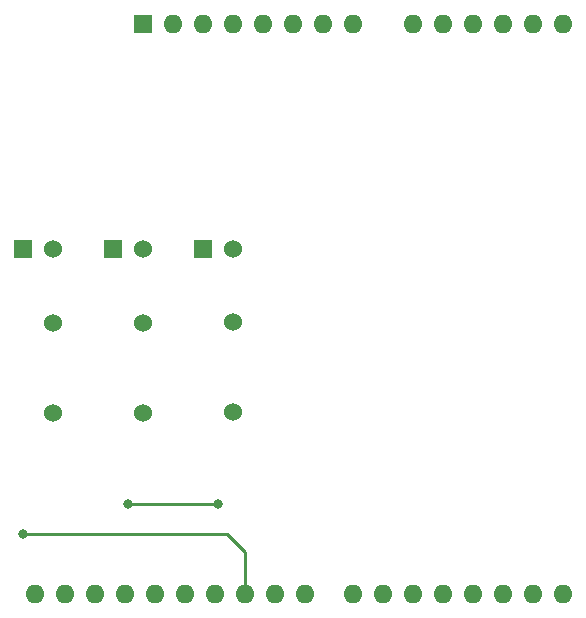
<source format=gbr>
%TF.GenerationSoftware,KiCad,Pcbnew,(6.0.7)*%
%TF.CreationDate,2022-08-16T17:28:00+09:00*%
%TF.ProjectId,uno_shield_1,756e6f5f-7368-4696-956c-645f312e6b69,rev?*%
%TF.SameCoordinates,Original*%
%TF.FileFunction,Copper,L2,Bot*%
%TF.FilePolarity,Positive*%
%FSLAX46Y46*%
G04 Gerber Fmt 4.6, Leading zero omitted, Abs format (unit mm)*
G04 Created by KiCad (PCBNEW (6.0.7)) date 2022-08-16 17:28:00*
%MOMM*%
%LPD*%
G01*
G04 APERTURE LIST*
%TA.AperFunction,ComponentPad*%
%ADD10R,1.524000X1.524000*%
%TD*%
%TA.AperFunction,ComponentPad*%
%ADD11C,1.524000*%
%TD*%
%TA.AperFunction,ComponentPad*%
%ADD12R,1.600000X1.600000*%
%TD*%
%TA.AperFunction,ComponentPad*%
%ADD13O,1.600000X1.600000*%
%TD*%
%TA.AperFunction,ViaPad*%
%ADD14C,0.800000*%
%TD*%
%TA.AperFunction,Conductor*%
%ADD15C,0.250000*%
%TD*%
G04 APERTURE END LIST*
D10*
%TO.P,D2,1*%
%TO.N,GND*%
X139700000Y-76200000D03*
D11*
%TO.P,D2,2*%
%TO.N,Net-(D2-Pad2)*%
X142240000Y-76200000D03*
%TD*%
%TO.P,R2,1*%
%TO.N,Net-(D2-Pad2)*%
X142240000Y-90110000D03*
%TO.P,R2,2*%
%TO.N,Net-(A1-Pad26)*%
X142240000Y-82490000D03*
%TD*%
%TO.P,R1,1*%
%TO.N,Net-(D1-Pad2)*%
X134620000Y-90110000D03*
%TO.P,R1,2*%
%TO.N,Net-(A1-Pad25)*%
X134620000Y-82490000D03*
%TD*%
D10*
%TO.P,D1,1*%
%TO.N,GND*%
X132080000Y-76200000D03*
D11*
%TO.P,D1,2*%
%TO.N,Net-(D1-Pad2)*%
X134620000Y-76200000D03*
%TD*%
D12*
%TO.P,A1,1,NC*%
%TO.N,unconnected-(A1-Pad1)*%
X142240000Y-57150000D03*
D13*
%TO.P,A1,2,IOREF*%
%TO.N,unconnected-(A1-Pad2)*%
X144780000Y-57150000D03*
%TO.P,A1,3,~{RESET}*%
%TO.N,unconnected-(A1-Pad3)*%
X147320000Y-57150000D03*
%TO.P,A1,4,3V3*%
%TO.N,unconnected-(A1-Pad4)*%
X149860000Y-57150000D03*
%TO.P,A1,5,+5V*%
%TO.N,unconnected-(A1-Pad5)*%
X152400000Y-57150000D03*
%TO.P,A1,6,GND*%
%TO.N,GND*%
X154940000Y-57150000D03*
%TO.P,A1,7,GND*%
X157480000Y-57150000D03*
%TO.P,A1,8,VIN*%
%TO.N,unconnected-(A1-Pad8)*%
X160020000Y-57150000D03*
%TO.P,A1,9,A0*%
%TO.N,unconnected-(A1-Pad9)*%
X165100000Y-57150000D03*
%TO.P,A1,10,A1*%
%TO.N,unconnected-(A1-Pad10)*%
X167640000Y-57150000D03*
%TO.P,A1,11,A2*%
%TO.N,unconnected-(A1-Pad11)*%
X170180000Y-57150000D03*
%TO.P,A1,12,A3*%
%TO.N,unconnected-(A1-Pad12)*%
X172720000Y-57150000D03*
%TO.P,A1,13,SDA/A4*%
%TO.N,unconnected-(A1-Pad13)*%
X175260000Y-57150000D03*
%TO.P,A1,14,SCL/A5*%
%TO.N,unconnected-(A1-Pad14)*%
X177800000Y-57150000D03*
%TO.P,A1,15,D0/RX*%
%TO.N,unconnected-(A1-Pad15)*%
X177800000Y-105410000D03*
%TO.P,A1,16,D1/TX*%
%TO.N,unconnected-(A1-Pad16)*%
X175260000Y-105410000D03*
%TO.P,A1,17,D2*%
%TO.N,unconnected-(A1-Pad17)*%
X172720000Y-105410000D03*
%TO.P,A1,18,D3*%
%TO.N,unconnected-(A1-Pad18)*%
X170180000Y-105410000D03*
%TO.P,A1,19,D4*%
%TO.N,unconnected-(A1-Pad19)*%
X167640000Y-105410000D03*
%TO.P,A1,20,D5*%
%TO.N,unconnected-(A1-Pad20)*%
X165100000Y-105410000D03*
%TO.P,A1,21,D6*%
%TO.N,unconnected-(A1-Pad21)*%
X162560000Y-105410000D03*
%TO.P,A1,22,D7*%
%TO.N,unconnected-(A1-Pad22)*%
X160020000Y-105410000D03*
%TO.P,A1,23,D8*%
%TO.N,unconnected-(A1-Pad23)*%
X155960000Y-105410000D03*
%TO.P,A1,24,D9*%
%TO.N,unconnected-(A1-Pad24)*%
X153420000Y-105410000D03*
%TO.P,A1,25,D10*%
%TO.N,Net-(A1-Pad25)*%
X150880000Y-105410000D03*
%TO.P,A1,26,D11*%
%TO.N,Net-(A1-Pad26)*%
X148340000Y-105410000D03*
%TO.P,A1,27,D12*%
%TO.N,Net-(A1-Pad27)*%
X145800000Y-105410000D03*
%TO.P,A1,28,D13*%
%TO.N,unconnected-(A1-Pad28)*%
X143260000Y-105410000D03*
%TO.P,A1,29,GND*%
%TO.N,GND*%
X140720000Y-105410000D03*
%TO.P,A1,30,AREF*%
%TO.N,unconnected-(A1-Pad30)*%
X138180000Y-105410000D03*
%TO.P,A1,31,SDA/A4*%
%TO.N,unconnected-(A1-Pad31)*%
X135640000Y-105410000D03*
%TO.P,A1,32,SCL/A5*%
%TO.N,unconnected-(A1-Pad32)*%
X133100000Y-105410000D03*
%TD*%
D11*
%TO.P,R3,1*%
%TO.N,Net-(D3-Pad2)*%
X149860000Y-90010000D03*
%TO.P,R3,2*%
%TO.N,Net-(A1-Pad27)*%
X149860000Y-82390000D03*
%TD*%
D10*
%TO.P,D3,1*%
%TO.N,GND*%
X147320000Y-76200000D03*
D11*
%TO.P,D3,2*%
%TO.N,Net-(D3-Pad2)*%
X149860000Y-76200000D03*
%TD*%
D14*
%TO.N,Net-(A1-Pad25)*%
X132080000Y-100330000D03*
%TO.N,Net-(A1-Pad26)*%
X140970000Y-97790000D03*
X148590000Y-97790000D03*
%TD*%
D15*
%TO.N,Net-(A1-Pad25)*%
X150880000Y-105410000D02*
X150880000Y-101850000D01*
X149360000Y-100330000D02*
X132080000Y-100330000D01*
X150880000Y-101850000D02*
X149360000Y-100330000D01*
%TO.N,Net-(A1-Pad26)*%
X140970000Y-97790000D02*
X148590000Y-97790000D01*
%TD*%
M02*

</source>
